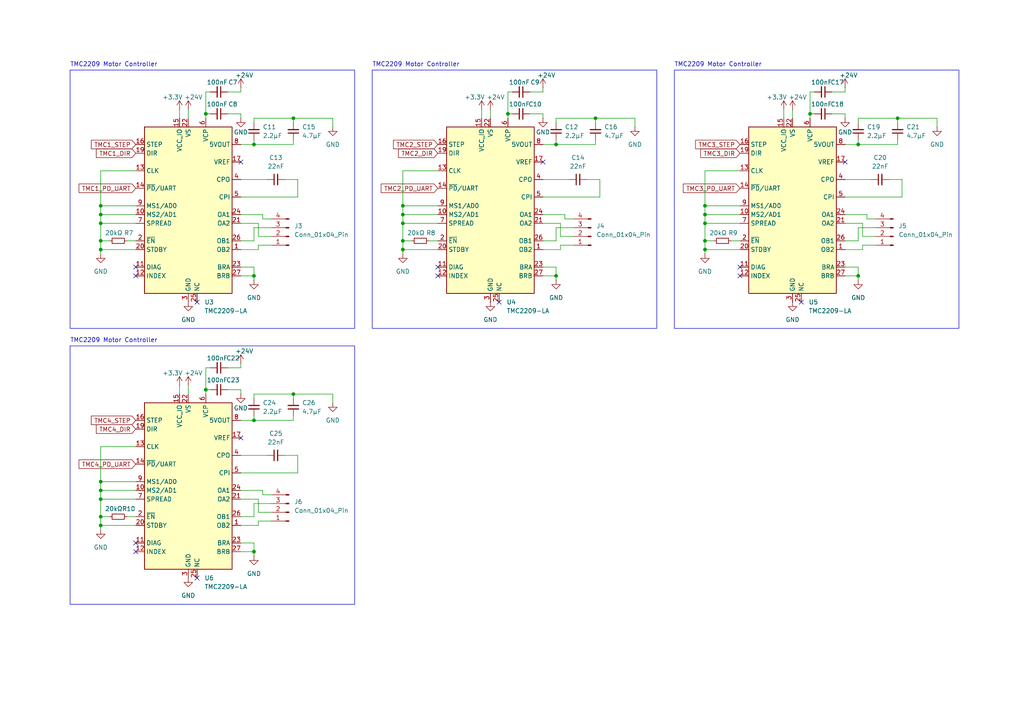
<source format=kicad_sch>
(kicad_sch (version 20250114) (generator "eeschema") (generator_version "9.0")
  (paper "A4")
  (lib_symbols
    (symbol "Connector:Conn_01x04_Pin" (pin_names (offset 1.016) (hide yes))
      (property "Reference" "J" (at 0 5.08 0))
      (property "Value" "Conn_01x04_Pin" (at 0 -7.62 0))
      (symbol "Conn_01x04_Pin_1_1"
        (rectangle (start 0.8636 2.667) (end 0 2.413) (stroke (width 0.1524)) (fill (type outline)))
        (rectangle (start 0.8636 0.127) (end 0 -0.127) (stroke (width 0.1524)) (fill (type outline)))
        (rectangle (start 0.8636 -2.413) (end 0 -2.667) (stroke (width 0.1524)) (fill (type outline)))
        (rectangle (start 0.8636 -4.953) (end 0 -5.207) (stroke (width 0.1524)) (fill (type outline)))
        (polyline (pts (xy 1.27 2.54) (xy 0.8636 2.54)) (stroke (width 0.1524)))
        (polyline (pts (xy 1.27 0) (xy 0.8636 0)) (stroke (width 0.1524)))
        (polyline (pts (xy 1.27 -2.54) (xy 0.8636 -2.54)) (stroke (width 0.1524)))
        (polyline (pts (xy 1.27 -5.08) (xy 0.8636 -5.08)) (stroke (width 0.1524)))
        (pin passive line (at 5.08 2.54 180) (length 3.81) (name "Pin_1") (number "1"))
        (pin passive line (at 5.08 0 180) (length 3.81) (name "Pin_2") (number "2"))
        (pin passive line (at 5.08 -2.54 180) (length 3.81) (name "Pin_3") (number "3"))
        (pin passive line (at 5.08 -5.08 180) (length 3.81) (name "Pin_4") (number "4"))
      )
    )
    (symbol "Device:C_Small" (pin_numbers (hide yes)) (pin_names (offset 0.254) (hide yes))
      (property "Reference" "C" (at 0.254 1.778 0))
      (property "Value" "C_Small" (at 0.254 -2.032 0))
      (symbol "C_Small_0_1"
        (polyline (pts (xy -1.524 0.508) (xy 1.524 0.508)) (stroke (width 0.3048)))
        (polyline (pts (xy -1.524 -0.508) (xy 1.524 -0.508)) (stroke (width 0.3302)))
      )
      (symbol "C_Small_1_1"
        (pin passive line (at 0 2.54 270) (length 2.032) (name "~") (number "1"))
        (pin passive line (at 0 -2.54 90) (length 2.032) (name "~") (number "2"))
      )
    )
    (symbol "Device:R_Small" (pin_numbers (hide yes)) (pin_names (offset 0.254) (hide yes))
      (property "Reference" "R" (at 0.762 0.508 0))
      (property "Value" "R_Small" (at 0.762 -1.016 0))
      (symbol "R_Small_0_1"
        (rectangle (start -0.762 1.778) (end 0.762 -1.778) (stroke (width 0.2032)))
      )
      (symbol "R_Small_1_1"
        (pin passive line (at 0 2.54 270) (length 0.762) (name "~") (number "1"))
        (pin passive line (at 0 -2.54 90) (length 0.762) (name "~") (number "2"))
      )
    )
    (symbol "Driver_Motor:TMC2209-LA"
      (property "Reference" "U" (at -11.684 26.924 0))
      (property "Value" "TMC2209-LA" (at 13.208 26.924 0))
      (symbol "TMC2209-LA_0_1"
        (rectangle (start -12.7 25.4) (end 12.7 -22.86) (stroke (width 0.254)) (fill (type background)))
      )
      (symbol "TMC2209-LA_1_1"
        (pin input line (at -15.24 20.32 0) (length 2.54) (name "STEP") (number "16"))
        (pin input line (at -15.24 17.78 0) (length 2.54) (name "DIR") (number "19"))
        (pin input line (at -15.24 12.7 0) (length 2.54) (name "CLK") (number "13"))
        (pin bidirectional line (at -15.24 7.62 0) (length 2.54) (name "~{PD}/UART") (number "14"))
        (pin input line (at -15.24 2.54 0) (length 2.54) (name "MS1/AD0") (number "9"))
        (pin input line (at -15.24 0 0) (length 2.54) (name "MS2/AD1") (number "10"))
        (pin input line (at -15.24 -2.54 0) (length 2.54) (name "SPREAD") (number "7"))
        (pin input line (at -15.24 -7.62 0) (length 2.54) (name "~{EN}") (number "2"))
        (pin input line (at -15.24 -10.16 0) (length 2.54) (name "STDBY") (number "20"))
        (pin output line (at -15.24 -15.24 0) (length 2.54) (name "DIAG") (number "11"))
        (pin output line (at -15.24 -17.78 0) (length 2.54) (name "INDEX") (number "12"))
        (pin power_in line (at -2.54 27.94 270) (length 2.54) (name "VCC_IO") (number "15"))
        (pin power_in line (at 0 27.94 270) (length 2.54) (name "VS") (number "22"))
        (pin passive line (at 0 27.94 270) (length 2.54) (hide yes) (name "VS") (number "28"))
        (pin passive line (at 0 -25.4 90) (length 2.54) (hide yes) (name "GND") (number "18"))
        (pin passive line (at 0 -25.4 90) (length 2.54) (hide yes) (name "GND") (number "29"))
        (pin power_in line (at 0 -25.4 90) (length 2.54) (name "GND") (number "3"))
        (pin passive line (at 2.54 -25.4 90) (length 2.54) (name "NC") (number "25"))
        (pin output line (at 5.08 27.94 270) (length 2.54) (name "VCP") (number "6"))
        (pin power_out line (at 15.24 20.32 180) (length 2.54) (name "5VOUT") (number "8"))
        (pin passive line (at 15.24 15.24 180) (length 2.54) (name "VREF") (number "17"))
        (pin input line (at 15.24 10.16 180) (length 2.54) (name "CPO") (number "4"))
        (pin input line (at 15.24 5.08 180) (length 2.54) (name "CPI") (number "5"))
        (pin output line (at 15.24 0 180) (length 2.54) (name "OA1") (number "24"))
        (pin output line (at 15.24 -2.54 180) (length 2.54) (name "OA2") (number "21"))
        (pin output line (at 15.24 -7.62 180) (length 2.54) (name "OB1") (number "26"))
        (pin output line (at 15.24 -10.16 180) (length 2.54) (name "OB2") (number "1"))
        (pin input line (at 15.24 -15.24 180) (length 2.54) (name "BRA") (number "23"))
        (pin input line (at 15.24 -17.78 180) (length 2.54) (name "BRB") (number "27"))
      )
    )
    (symbol "power:+24V" (power) (pin_numbers (hide yes)) (pin_names (offset 0) (hide yes))
      (property "Value" "+24V" (at 0 3.556 0))
      (symbol "+24V_0_1"
        (polyline (pts (xy -0.762 1.27) (xy 0 2.54)))
        (polyline (pts (xy 0 2.54) (xy 0.762 1.27)))
        (polyline (pts (xy 0 0) (xy 0 2.54)))
      )
      (symbol "+24V_1_1"
        (pin power_in line (at 0 0 90) (length 0) (name "~") (number "1"))
      )
    )
    (symbol "power:+3.3V" (power) (pin_numbers (hide yes)) (pin_names (offset 0) (hide yes))
      (property "Value" "+3.3V" (at 0 3.556 0))
      (symbol "+3.3V_0_1"
        (polyline (pts (xy -0.762 1.27) (xy 0 2.54)))
        (polyline (pts (xy 0 2.54) (xy 0.762 1.27)))
        (polyline (pts (xy 0 0) (xy 0 2.54)))
      )
      (symbol "+3.3V_1_1"
        (pin power_in line (at 0 0 90) (length 0) (name "~") (number "1"))
      )
    )
    (symbol "power:GND" (power) (pin_numbers (hide yes)) (pin_names (offset 0) (hide yes))
      (property "Value" "GND" (at 0 -3.81 0))
      (symbol "GND_0_1"
        (polyline (pts (xy 0 0) (xy 0 -1.27) (xy 1.27 -1.27) (xy 0 -2.54) (xy -1.27 -1.27) (xy 0 -1.27)))
      )
      (symbol "GND_1_1"
        (pin power_in line (at 0 0 270) (length 0) (name "~") (number "1"))
      )
    )
  )
  (rectangle (start 195.58 20.32) (end 278.13 95.25))
  (rectangle (start 20.32 20.32) (end 102.87 95.25))
  (rectangle (start 107.95 20.32) (end 190.5 95.25))
  (rectangle (start 20.32 100.33) (end 102.87 175.26))
  (text "TMC2209 Motor Controller" (at 120.65 18.796 0) (effects (font (size 1.27 1.27))))
  (text "TMC2209 Motor Controller" (at 208.28 18.796 0) (effects (font (size 1.27 1.27))))
  (text "TMC2209 Motor Controller" (at 33.02 18.796 0) (effects (font (size 1.27 1.27))))
  (text "TMC2209 Motor Controller" (at 33.02 98.806 0) (effects (font (size 1.27 1.27))))
  (junction (at 29.21 152.4))
  (junction (at 29.21 144.78))
  (junction (at 147.32 33.02))
  (junction (at 59.69 33.02))
  (junction (at 29.21 142.24))
  (junction (at 204.47 59.69))
  (junction (at 204.47 64.77))
  (junction (at 29.21 69.85))
  (junction (at 29.21 64.77))
  (junction (at 260.35 34.29))
  (junction (at 116.84 64.77))
  (junction (at 161.29 41.91))
  (junction (at 73.66 41.91))
  (junction (at 248.92 80.01))
  (junction (at 248.92 41.91))
  (junction (at 116.84 62.23))
  (junction (at 204.47 72.39))
  (junction (at 204.47 62.23))
  (junction (at 116.84 59.69))
  (junction (at 29.21 59.69))
  (junction (at 73.66 80.01))
  (junction (at 73.66 121.92))
  (junction (at 29.21 149.86))
  (junction (at 172.72 34.29))
  (junction (at 85.09 114.3))
  (junction (at 204.47 69.85))
  (junction (at 73.66 160.02))
  (junction (at 29.21 139.7))
  (junction (at 116.84 69.85))
  (junction (at 29.21 72.39))
  (junction (at 59.69 113.03))
  (junction (at 234.95 33.02))
  (junction (at 85.09 34.29))
  (junction (at 29.21 62.23))
  (junction (at 116.84 72.39))
  (junction (at 161.29 80.01))
  (no_connect (at 214.63 80.01))
  (no_connect (at 157.48 46.99))
  (no_connect (at 57.15 87.63))
  (no_connect (at 39.37 80.01))
  (no_connect (at 57.15 167.64))
  (no_connect (at 39.37 77.47))
  (no_connect (at 39.37 160.02))
  (no_connect (at 144.78 87.63))
  (no_connect (at 232.41 87.63))
  (no_connect (at 69.85 127))
  (no_connect (at 127 77.47))
  (no_connect (at 39.37 157.48))
  (no_connect (at 69.85 46.99))
  (no_connect (at 245.11 46.99))
  (no_connect (at 127 80.01))
  (no_connect (at 214.63 77.47))
  (wire (pts (xy 204.47 59.69) (xy 204.47 62.23)))
  (wire (pts (xy 69.85 149.86) (xy 73.66 149.86)))
  (wire (pts (xy 76.2 142.24) (xy 76.2 143.51)))
  (wire (pts (xy 29.21 153.67) (xy 29.21 152.4)))
  (wire (pts (xy 29.21 64.77) (xy 29.21 69.85)))
  (wire (pts (xy 39.37 59.69) (xy 29.21 59.69)))
  (wire (pts (xy 161.29 66.04) (xy 166.37 66.04)))
  (wire (pts (xy 116.84 62.23) (xy 116.84 64.77)))
  (wire (pts (xy 66.04 33.02) (xy 69.85 33.02)))
  (wire (pts (xy 69.85 52.07) (xy 77.47 52.07)))
  (wire (pts (xy 54.61 31.75) (xy 54.61 34.29)))
  (wire (pts (xy 74.93 64.77) (xy 74.93 68.58)))
  (wire (pts (xy 59.69 26.67) (xy 59.69 33.02)))
  (wire (pts (xy 86.36 137.16) (xy 69.85 137.16)))
  (wire (pts (xy 86.36 57.15) (xy 69.85 57.15)))
  (wire (pts (xy 172.72 41.91) (xy 172.72 40.64)))
  (wire (pts (xy 69.85 62.23) (xy 76.2 62.23)))
  (wire (pts (xy 74.93 152.4) (xy 74.93 151.13)))
  (wire (pts (xy 161.29 77.47) (xy 161.29 80.01)))
  (wire (pts (xy 124.46 69.85) (xy 127 69.85)))
  (wire (pts (xy 69.85 25.4) (xy 69.85 26.67)))
  (wire (pts (xy 173.99 52.07) (xy 173.99 57.15)))
  (wire (pts (xy 73.66 120.65) (xy 73.66 121.92)))
  (wire (pts (xy 227.33 31.75) (xy 227.33 34.29)))
  (wire (pts (xy 173.99 57.15) (xy 157.48 57.15)))
  (wire (pts (xy 261.62 57.15) (xy 245.11 57.15)))
  (wire (pts (xy 74.93 71.12) (xy 78.74 71.12)))
  (wire (pts (xy 245.11 52.07) (xy 252.73 52.07)))
  (wire (pts (xy 250.19 72.39) (xy 250.19 71.12)))
  (wire (pts (xy 148.59 26.67) (xy 147.32 26.67)))
  (wire (pts (xy 36.83 69.85) (xy 39.37 69.85)))
  (wire (pts (xy 162.56 71.12) (xy 166.37 71.12)))
  (wire (pts (xy 161.29 40.64) (xy 161.29 41.91)))
  (wire (pts (xy 248.92 80.01) (xy 248.92 81.28)))
  (wire (pts (xy 76.2 63.5) (xy 78.74 63.5)))
  (wire (pts (xy 234.95 26.67) (xy 234.95 33.02)))
  (wire (pts (xy 248.92 69.85) (xy 248.92 66.04)))
  (wire (pts (xy 204.47 72.39) (xy 214.63 72.39)))
  (wire (pts (xy 157.48 41.91) (xy 161.29 41.91)))
  (wire (pts (xy 241.3 33.02) (xy 245.11 33.02)))
  (wire (pts (xy 236.22 26.67) (xy 234.95 26.67)))
  (wire (pts (xy 85.09 114.3) (xy 85.09 115.57)))
  (wire (pts (xy 29.21 139.7) (xy 29.21 142.24)))
  (wire (pts (xy 69.85 72.39) (xy 74.93 72.39)))
  (wire (pts (xy 116.84 49.53) (xy 127 49.53)))
  (wire (pts (xy 73.66 157.48) (xy 73.66 160.02)))
  (wire (pts (xy 29.21 73.66) (xy 29.21 72.39)))
  (wire (pts (xy 52.07 31.75) (xy 52.07 34.29)))
  (wire (pts (xy 73.66 35.56) (xy 73.66 34.29)))
  (wire (pts (xy 73.66 121.92) (xy 85.09 121.92)))
  (wire (pts (xy 248.92 34.29) (xy 260.35 34.29)))
  (wire (pts (xy 85.09 34.29) (xy 85.09 35.56)))
  (wire (pts (xy 248.92 40.64) (xy 248.92 41.91)))
  (wire (pts (xy 74.93 144.78) (xy 74.93 148.59)))
  (wire (pts (xy 161.29 80.01) (xy 161.29 81.28)))
  (wire (pts (xy 204.47 69.85) (xy 207.01 69.85)))
  (wire (pts (xy 73.66 69.85) (xy 73.66 66.04)))
  (wire (pts (xy 39.37 142.24) (xy 29.21 142.24)))
  (wire (pts (xy 73.66 114.3) (xy 85.09 114.3)))
  (wire (pts (xy 157.48 25.4) (xy 157.48 26.67)))
  (wire (pts (xy 157.48 62.23) (xy 163.83 62.23)))
  (wire (pts (xy 250.19 64.77) (xy 250.19 68.58)))
  (wire (pts (xy 29.21 72.39) (xy 29.21 69.85)))
  (wire (pts (xy 69.85 121.92) (xy 73.66 121.92)))
  (wire (pts (xy 69.85 152.4) (xy 74.93 152.4)))
  (wire (pts (xy 82.55 132.08) (xy 86.36 132.08)))
  (wire (pts (xy 29.21 49.53) (xy 39.37 49.53)))
  (wire (pts (xy 116.84 72.39) (xy 116.84 69.85)))
  (wire (pts (xy 85.09 121.92) (xy 85.09 120.65)))
  (wire (pts (xy 73.66 115.57) (xy 73.66 114.3)))
  (wire (pts (xy 96.52 36.83) (xy 96.52 34.29)))
  (wire (pts (xy 29.21 149.86) (xy 31.75 149.86)))
  (wire (pts (xy 245.11 62.23) (xy 251.46 62.23)))
  (wire (pts (xy 59.69 106.68) (xy 59.69 113.03)))
  (wire (pts (xy 245.11 26.67) (xy 241.3 26.67)))
  (wire (pts (xy 157.48 33.02) (xy 157.48 34.29)))
  (wire (pts (xy 250.19 71.12) (xy 254 71.12)))
  (wire (pts (xy 251.46 62.23) (xy 251.46 63.5)))
  (wire (pts (xy 204.47 73.66) (xy 204.47 72.39)))
  (wire (pts (xy 73.66 160.02) (xy 73.66 161.29)))
  (wire (pts (xy 147.32 26.67) (xy 147.32 33.02)))
  (wire (pts (xy 85.09 34.29) (xy 96.52 34.29)))
  (wire (pts (xy 73.66 40.64) (xy 73.66 41.91)))
  (wire (pts (xy 59.69 33.02) (xy 60.96 33.02)))
  (wire (pts (xy 69.85 64.77) (xy 74.93 64.77)))
  (wire (pts (xy 73.66 77.47) (xy 73.66 80.01)))
  (wire (pts (xy 204.47 62.23) (xy 204.47 64.77)))
  (wire (pts (xy 162.56 64.77) (xy 162.56 68.58)))
  (wire (pts (xy 116.84 49.53) (xy 116.84 59.69)))
  (wire (pts (xy 85.09 114.3) (xy 96.52 114.3)))
  (wire (pts (xy 29.21 59.69) (xy 29.21 62.23)))
  (wire (pts (xy 116.84 72.39) (xy 127 72.39)))
  (wire (pts (xy 69.85 77.47) (xy 73.66 77.47)))
  (wire (pts (xy 29.21 144.78) (xy 29.21 149.86)))
  (wire (pts (xy 73.66 41.91) (xy 85.09 41.91)))
  (wire (pts (xy 29.21 144.78) (xy 39.37 144.78)))
  (wire (pts (xy 251.46 63.5) (xy 254 63.5)))
  (wire (pts (xy 69.85 80.01) (xy 73.66 80.01)))
  (wire (pts (xy 184.15 36.83) (xy 184.15 34.29)))
  (wire (pts (xy 73.66 34.29) (xy 85.09 34.29)))
  (wire (pts (xy 139.7 31.75) (xy 139.7 34.29)))
  (wire (pts (xy 116.84 59.69) (xy 116.84 62.23)))
  (wire (pts (xy 29.21 152.4) (xy 29.21 149.86)))
  (wire (pts (xy 271.78 36.83) (xy 271.78 34.29)))
  (wire (pts (xy 29.21 142.24) (xy 29.21 144.78)))
  (wire (pts (xy 86.36 52.07) (xy 86.36 57.15)))
  (wire (pts (xy 157.48 52.07) (xy 165.1 52.07)))
  (wire (pts (xy 234.95 33.02) (xy 236.22 33.02)))
  (wire (pts (xy 245.11 77.47) (xy 248.92 77.47)))
  (wire (pts (xy 163.83 63.5) (xy 166.37 63.5)))
  (wire (pts (xy 96.52 116.84) (xy 96.52 114.3)))
  (wire (pts (xy 85.09 41.91) (xy 85.09 40.64)))
  (wire (pts (xy 157.48 64.77) (xy 162.56 64.77)))
  (wire (pts (xy 245.11 25.4) (xy 245.11 26.67)))
  (wire (pts (xy 52.07 111.76) (xy 52.07 114.3)))
  (wire (pts (xy 69.85 113.03) (xy 69.85 114.3)))
  (wire (pts (xy 248.92 35.56) (xy 248.92 34.29)))
  (wire (pts (xy 74.93 72.39) (xy 74.93 71.12)))
  (wire (pts (xy 60.96 26.67) (xy 59.69 26.67)))
  (wire (pts (xy 172.72 34.29) (xy 172.72 35.56)))
  (wire (pts (xy 69.85 144.78) (xy 74.93 144.78)))
  (wire (pts (xy 69.85 106.68) (xy 66.04 106.68)))
  (wire (pts (xy 162.56 72.39) (xy 162.56 71.12)))
  (wire (pts (xy 245.11 72.39) (xy 250.19 72.39)))
  (wire (pts (xy 204.47 49.53) (xy 214.63 49.53)))
  (wire (pts (xy 69.85 26.67) (xy 66.04 26.67)))
  (wire (pts (xy 204.47 64.77) (xy 204.47 69.85)))
  (wire (pts (xy 74.93 68.58) (xy 78.74 68.58)))
  (wire (pts (xy 29.21 129.54) (xy 39.37 129.54)))
  (wire (pts (xy 170.18 52.07) (xy 173.99 52.07)))
  (wire (pts (xy 29.21 49.53) (xy 29.21 59.69)))
  (wire (pts (xy 29.21 64.77) (xy 39.37 64.77)))
  (wire (pts (xy 214.63 62.23) (xy 204.47 62.23)))
  (wire (pts (xy 248.92 41.91) (xy 260.35 41.91)))
  (wire (pts (xy 29.21 72.39) (xy 39.37 72.39)))
  (wire (pts (xy 66.04 113.03) (xy 69.85 113.03)))
  (wire (pts (xy 260.35 34.29) (xy 271.78 34.29)))
  (wire (pts (xy 142.24 31.75) (xy 142.24 34.29)))
  (wire (pts (xy 69.85 132.08) (xy 77.47 132.08)))
  (wire (pts (xy 245.11 69.85) (xy 248.92 69.85)))
  (wire (pts (xy 73.66 149.86) (xy 73.66 146.05)))
  (wire (pts (xy 153.67 33.02) (xy 157.48 33.02)))
  (wire (pts (xy 248.92 66.04) (xy 254 66.04)))
  (wire (pts (xy 162.56 68.58) (xy 166.37 68.58)))
  (wire (pts (xy 214.63 59.69) (xy 204.47 59.69)))
  (wire (pts (xy 245.11 80.01) (xy 248.92 80.01)))
  (wire (pts (xy 116.84 69.85) (xy 119.38 69.85)))
  (wire (pts (xy 261.62 52.07) (xy 261.62 57.15)))
  (wire (pts (xy 69.85 69.85) (xy 73.66 69.85)))
  (wire (pts (xy 245.11 41.91) (xy 248.92 41.91)))
  (wire (pts (xy 69.85 33.02) (xy 69.85 34.29)))
  (wire (pts (xy 161.29 35.56) (xy 161.29 34.29)))
  (wire (pts (xy 157.48 72.39) (xy 162.56 72.39)))
  (wire (pts (xy 172.72 34.29) (xy 184.15 34.29)))
  (wire (pts (xy 234.95 34.29) (xy 234.95 33.02)))
  (wire (pts (xy 161.29 34.29) (xy 172.72 34.29)))
  (wire (pts (xy 127 62.23) (xy 116.84 62.23)))
  (wire (pts (xy 147.32 33.02) (xy 148.59 33.02)))
  (wire (pts (xy 69.85 41.91) (xy 73.66 41.91)))
  (wire (pts (xy 29.21 129.54) (xy 29.21 139.7)))
  (wire (pts (xy 157.48 77.47) (xy 161.29 77.47)))
  (wire (pts (xy 161.29 41.91) (xy 172.72 41.91)))
  (wire (pts (xy 157.48 69.85) (xy 161.29 69.85)))
  (wire (pts (xy 229.87 31.75) (xy 229.87 34.29)))
  (wire (pts (xy 86.36 132.08) (xy 86.36 137.16)))
  (wire (pts (xy 204.47 64.77) (xy 214.63 64.77)))
  (wire (pts (xy 116.84 64.77) (xy 116.84 69.85)))
  (wire (pts (xy 127 59.69) (xy 116.84 59.69)))
  (wire (pts (xy 36.83 149.86) (xy 39.37 149.86)))
  (wire (pts (xy 76.2 62.23) (xy 76.2 63.5)))
  (wire (pts (xy 163.83 62.23) (xy 163.83 63.5)))
  (wire (pts (xy 204.47 49.53) (xy 204.47 59.69)))
  (wire (pts (xy 204.47 72.39) (xy 204.47 69.85)))
  (wire (pts (xy 69.85 157.48) (xy 73.66 157.48)))
  (wire (pts (xy 74.93 148.59) (xy 78.74 148.59)))
  (wire (pts (xy 116.84 73.66) (xy 116.84 72.39)))
  (wire (pts (xy 69.85 160.02) (xy 73.66 160.02)))
  (wire (pts (xy 59.69 34.29) (xy 59.69 33.02)))
  (wire (pts (xy 157.48 26.67) (xy 153.67 26.67)))
  (wire (pts (xy 245.11 33.02) (xy 245.11 34.29)))
  (wire (pts (xy 260.35 34.29) (xy 260.35 35.56)))
  (wire (pts (xy 39.37 62.23) (xy 29.21 62.23)))
  (wire (pts (xy 82.55 52.07) (xy 86.36 52.07)))
  (wire (pts (xy 116.84 64.77) (xy 127 64.77)))
  (wire (pts (xy 54.61 111.76) (xy 54.61 114.3)))
  (wire (pts (xy 29.21 69.85) (xy 31.75 69.85)))
  (wire (pts (xy 212.09 69.85) (xy 214.63 69.85)))
  (wire (pts (xy 74.93 151.13) (xy 78.74 151.13)))
  (wire (pts (xy 60.96 106.68) (xy 59.69 106.68)))
  (wire (pts (xy 59.69 113.03) (xy 60.96 113.03)))
  (wire (pts (xy 73.66 66.04) (xy 78.74 66.04)))
  (wire (pts (xy 157.48 80.01) (xy 161.29 80.01)))
  (wire (pts (xy 73.66 80.01) (xy 73.66 81.28)))
  (wire (pts (xy 73.66 146.05) (xy 78.74 146.05)))
  (wire (pts (xy 69.85 105.41) (xy 69.85 106.68)))
  (wire (pts (xy 59.69 114.3) (xy 59.69 113.03)))
  (wire (pts (xy 39.37 139.7) (xy 29.21 139.7)))
  (wire (pts (xy 248.92 77.47) (xy 248.92 80.01)))
  (wire (pts (xy 29.21 152.4) (xy 39.37 152.4)))
  (wire (pts (xy 147.32 34.29) (xy 147.32 33.02)))
  (wire (pts (xy 76.2 143.51) (xy 78.74 143.51)))
  (wire (pts (xy 250.19 68.58) (xy 254 68.58)))
  (wire (pts (xy 161.29 69.85) (xy 161.29 66.04)))
  (wire (pts (xy 69.85 142.24) (xy 76.2 142.24)))
  (wire (pts (xy 29.21 62.23) (xy 29.21 64.77)))
  (wire (pts (xy 245.11 64.77) (xy 250.19 64.77)))
  (wire (pts (xy 260.35 41.91) (xy 260.35 40.64)))
  (wire (pts (xy 257.81 52.07) (xy 261.62 52.07)))
  (global_label "TMC1_PD_UART" (shape input) (at 39.37 54.61 180) (property "Intersheetrefs" "${INTERSHEET_REFS}" (effects (hide yes))))
  (global_label "TMC2_DIR" (shape input) (at 127 44.45 180) (property "Intersheetrefs" "${INTERSHEET_REFS}" (effects (hide yes))))
  (global_label "TMC3_DIR" (shape input) (at 214.63 44.45 180) (property "Intersheetrefs" "${INTERSHEET_REFS}" (effects (hide yes))))
  (global_label "TMC4_PD_UART" (shape input) (at 39.37 134.62 180) (property "Intersheetrefs" "${INTERSHEET_REFS}" (effects (hide yes))))
  (global_label "TMC2_STEP" (shape input) (at 127 41.91 180) (property "Intersheetrefs" "${INTERSHEET_REFS}" (effects (hide yes))))
  (global_label "TMC3_STEP" (shape input) (at 214.63 41.91 180) (property "Intersheetrefs" "${INTERSHEET_REFS}" (effects (hide yes))))
  (global_label "TMC3_PD_UART" (shape input) (at 214.63 54.61 180) (property "Intersheetrefs" "${INTERSHEET_REFS}" (effects (hide yes))))
  (global_label "TMC1_DIR" (shape input) (at 39.37 44.45 180) (property "Intersheetrefs" "${INTERSHEET_REFS}" (effects (hide yes))))
  (global_label "TMC4_STEP" (shape input) (at 39.37 121.92 180) (property "Intersheetrefs" "${INTERSHEET_REFS}" (effects (hide yes))))
  (global_label "TMC1_STEP" (shape input) (at 39.37 41.91 180) (property "Intersheetrefs" "${INTERSHEET_REFS}" (effects (hide yes))))
  (global_label "TMC4_DIR" (shape input) (at 39.37 124.46 180) (property "Intersheetrefs" "${INTERSHEET_REFS}" (effects (hide yes))))
  (global_label "TMC2_PD_UART" (shape input) (at 127 54.61 180) (property "Intersheetrefs" "${INTERSHEET_REFS}" (effects (hide yes))))
  (symbol (lib_id "Device:C_Small") (at 63.5 33.02 270) (unit 1)
    (property "Reference" "C8" (at 67.564 30.226 90))
    (property "Value" "100nF" (at 62.992 30.226 90))
    (property "Footprint" "Capacitor_SMD:C_0805_2012Metric" (effects (hide yes)))
    (property "Description" "Unpolarized capacitor, small symbol" (effects (hide yes)))
  )
  (symbol (lib_id "Device:C_Small") (at 73.66 38.1 180) (unit 1)
    (property "Reference" "C11" (at 76.2 36.8235 0) (effects (justify right)))
    (property "Value" "2.2µF" (at 76.2 39.3635 0) (effects (justify right)))
    (property "Footprint" "Capacitor_SMD:C_0805_2012Metric" (effects (hide yes)))
    (property "Description" "Unpolarized capacitor, small symbol" (effects (hide yes)))
  )
  (symbol (lib_id "power:GND") (at 96.52 36.83 0) (unit 1)
    (property "Reference" "#PWR018" (effects (hide yes)))
    (property "Value" "GND" (at 96.52 41.91 0))
    (property "Description" "Power symbol creates a global label with name \"GND\" , ground" (effects (hide yes)))
  )
  (symbol (lib_id "power:GND") (at 271.78 36.83 0) (unit 1)
    (property "Reference" "#PWR0132" (effects (hide yes)))
    (property "Value" "GND" (at 271.78 41.91 0))
    (property "Description" "Power symbol creates a global label with name \"GND\" , ground" (effects (hide yes)))
  )
  (symbol (lib_id "Connector:Conn_01x04_Pin") (at 259.08 68.58 180) (unit 1)
    (property "Reference" "J5" (at 260.604 65.532 0) (effects (justify right)))
    (property "Value" "Conn_01x04_Pin" (at 260.604 68.072 0) (effects (justify right)))
    (property "Footprint" "Connector_PinHeader_2.54mm:PinHeader_1x04_P2.54mm_Vertical" (effects (hide yes)))
    (property "Description" "Generic connector, single row, 01x04, script generated" (effects (hide yes)))
  )
  (symbol (lib_id "power:+24V") (at 69.85 25.4 0) (unit 1)
    (property "Reference" "#PWR0131" (effects (hide yes)))
    (property "Value" "+24V" (at 70.866 21.844 0))
    (property "Description" "Power symbol creates a global label with name \"+24V\"" (effects (hide yes)))
  )
  (symbol (lib_id "Device:C_Small") (at 85.09 38.1 180) (unit 1)
    (property "Reference" "C15" (at 87.63 36.8235 0) (effects (justify right)))
    (property "Value" "4.7µF" (at 87.63 39.3635 0) (effects (justify right)))
    (property "Footprint" "Capacitor_SMD:C_0805_2012Metric" (effects (hide yes)))
    (property "Description" "Unpolarized capacitor, small symbol" (effects (hide yes)))
  )
  (symbol (lib_id "power:+24V") (at 245.11 25.4 0) (unit 1)
    (property "Reference" "#PWR027" (effects (hide yes)))
    (property "Value" "+24V" (at 246.126 21.844 0))
    (property "Description" "Power symbol creates a global label with name \"+24V\"" (effects (hide yes)))
  )
  (symbol (lib_id "power:GND") (at 54.61 87.63 0) (unit 1)
    (property "Reference" "#PWR012" (effects (hide yes)))
    (property "Value" "GND" (at 54.61 92.71 0))
    (property "Description" "Power symbol creates a global label with name \"GND\" , ground" (effects (hide yes)))
  )
  (symbol (lib_id "power:GND") (at 157.48 34.29 0) (unit 1)
    (property "Reference" "#PWR020" (effects (hide yes)))
    (property "Value" "GND" (at 157.48 38.354 0))
    (property "Description" "Power symbol creates a global label with name \"GND\" , ground" (effects (hide yes)))
  )
  (symbol (lib_id "Device:C_Small") (at 151.13 33.02 270) (unit 1)
    (property "Reference" "C10" (at 155.194 30.226 90))
    (property "Value" "100nF" (at 150.622 30.226 90))
    (property "Footprint" "Capacitor_SMD:C_0805_2012Metric" (effects (hide yes)))
    (property "Description" "Unpolarized capacitor, small symbol" (effects (hide yes)))
  )
  (symbol (lib_id "Connector:Conn_01x04_Pin") (at 171.45 68.58 180) (unit 1)
    (property "Reference" "J4" (at 172.974 65.532 0) (effects (justify right)))
    (property "Value" "Conn_01x04_Pin" (at 172.974 68.072 0) (effects (justify right)))
    (property "Footprint" "Connector_PinHeader_2.54mm:PinHeader_1x04_P2.54mm_Vertical" (effects (hide yes)))
    (property "Description" "Generic connector, single row, 01x04, script generated" (effects (hide yes)))
  )
  (symbol (lib_id "Device:C_Small") (at 238.76 33.02 270) (unit 1)
    (property "Reference" "C18" (at 242.824 30.226 90))
    (property "Value" "100nF" (at 238.252 30.226 90))
    (property "Footprint" "Capacitor_SMD:C_0805_2012Metric" (effects (hide yes)))
    (property "Description" "Unpolarized capacitor, small symbol" (effects (hide yes)))
  )
  (symbol (lib_id "Device:C_Small") (at 73.66 118.11 180) (unit 1)
    (property "Reference" "C24" (at 76.2 116.8335 0) (effects (justify right)))
    (property "Value" "2.2µF" (at 76.2 119.3735 0) (effects (justify right)))
    (property "Footprint" "Capacitor_SMD:C_0805_2012Metric" (effects (hide yes)))
    (property "Description" "Unpolarized capacitor, small symbol" (effects (hide yes)))
  )
  (symbol (lib_id "Device:C_Small") (at 172.72 38.1 180) (unit 1)
    (property "Reference" "C16" (at 175.26 36.8235 0) (effects (justify right)))
    (property "Value" "4.7µF" (at 175.26 39.3635 0) (effects (justify right)))
    (property "Footprint" "Capacitor_SMD:C_0805_2012Metric" (effects (hide yes)))
    (property "Description" "Unpolarized capacitor, small symbol" (effects (hide yes)))
  )
  (symbol (lib_id "Device:R_Small") (at 34.29 149.86 90) (unit 1)
    (property "Reference" "R10" (at 37.338 147.574 90))
    (property "Value" "20kΩ" (at 33.02 147.574 90))
    (property "Footprint" "Resistor_SMD:R_0805_2012Metric" (effects (hide yes)))
    (property "Description" "Resistor, small symbol" (effects (hide yes)))
  )
  (symbol (lib_id "Connector:Conn_01x04_Pin") (at 83.82 148.59 180) (unit 1)
    (property "Reference" "J6" (at 85.344 145.542 0) (effects (justify right)))
    (property "Value" "Conn_01x04_Pin" (at 85.344 148.082 0) (effects (justify right)))
    (property "Footprint" "Connector_PinHeader_2.54mm:PinHeader_1x04_P2.54mm_Vertical" (effects (hide yes)))
    (property "Description" "Generic connector, single row, 01x04, script generated" (effects (hide yes)))
  )
  (symbol (lib_id "power:GND") (at 248.92 81.28 0) (unit 1)
    (property "Reference" "#PWR029" (effects (hide yes)))
    (property "Value" "GND" (at 248.92 86.36 0))
    (property "Description" "Power symbol creates a global label with name \"GND\" , ground" (effects (hide yes)))
  )
  (symbol (lib_id "power:GND") (at 29.21 73.66 0) (unit 1)
    (property "Reference" "#PWR010" (effects (hide yes)))
    (property "Value" "GND" (at 29.21 78.74 0))
    (property "Description" "Power symbol creates a global label with name \"GND\" , ground" (effects (hide yes)))
  )
  (symbol (lib_id "power:+24V") (at 229.87 31.75 0) (unit 1)
    (property "Reference" "#PWR025" (effects (hide yes)))
    (property "Value" "+24V" (at 231.394 28.194 0))
    (property "Description" "Power symbol creates a global label with name \"+24V\"" (effects (hide yes)))
  )
  (symbol (lib_id "power:+3.3V") (at 52.07 31.75 0) (unit 1)
    (property "Reference" "#PWR0129" (effects (hide yes)))
    (property "Value" "+3.3V" (at 50.038 28.194 0))
    (property "Description" "Power symbol creates a global label with name \"+3.3V\"" (effects (hide yes)))
  )
  (symbol (lib_id "Device:C_Small") (at 260.35 38.1 180) (unit 1)
    (property "Reference" "C21" (at 262.89 36.8235 0) (effects (justify right)))
    (property "Value" "4.7µF" (at 262.89 39.3635 0) (effects (justify right)))
    (property "Footprint" "Capacitor_SMD:C_0805_2012Metric" (effects (hide yes)))
    (property "Description" "Unpolarized capacitor, small symbol" (effects (hide yes)))
  )
  (symbol (lib_id "power:+24V") (at 54.61 111.76 0) (unit 1)
    (property "Reference" "#PWR0135" (effects (hide yes)))
    (property "Value" "+24V" (at 56.134 108.204 0))
    (property "Description" "Power symbol creates a global label with name \"+24V\"" (effects (hide yes)))
  )
  (symbol (lib_id "Device:C_Small") (at 63.5 106.68 270) (unit 1)
    (property "Reference" "C22" (at 67.564 103.886 90))
    (property "Value" "100nF" (at 62.992 103.886 90))
    (property "Footprint" "Capacitor_SMD:C_0805_2012Metric" (effects (hide yes)))
    (property "Description" "Unpolarized capacitor, small symbol" (effects (hide yes)))
  )
  (symbol (lib_id "power:GND") (at 245.11 34.29 0) (unit 1)
    (property "Reference" "#PWR028" (effects (hide yes)))
    (property "Value" "GND" (at 245.11 38.354 0))
    (property "Description" "Power symbol creates a global label with name \"GND\" , ground" (effects (hide yes)))
  )
  (symbol (lib_id "power:+3.3V") (at 52.07 111.76 0) (unit 1)
    (property "Reference" "#PWR0134" (effects (hide yes)))
    (property "Value" "+3.3V" (at 50.038 108.204 0))
    (property "Description" "Power symbol creates a global label with name \"+3.3V\"" (effects (hide yes)))
  )
  (symbol (lib_id "power:GND") (at 142.24 87.63 0) (unit 1)
    (property "Reference" "#PWR017" (effects (hide yes)))
    (property "Value" "GND" (at 142.24 92.71 0))
    (property "Description" "Power symbol creates a global label with name \"GND\" , ground" (effects (hide yes)))
  )
  (symbol (lib_id "Device:C_Small") (at 238.76 26.67 270) (unit 1)
    (property "Reference" "C17" (at 242.824 23.876 90))
    (property "Value" "100nF" (at 238.252 23.876 90))
    (property "Footprint" "Capacitor_SMD:C_0805_2012Metric" (effects (hide yes)))
    (property "Description" "Unpolarized capacitor, small symbol" (effects (hide yes)))
  )
  (symbol (lib_id "power:GND") (at 69.85 114.3 0) (unit 1)
    (property "Reference" "#PWR0138" (effects (hide yes)))
    (property "Value" "GND" (at 69.85 118.364 0))
    (property "Description" "Power symbol creates a global label with name \"GND\" , ground" (effects (hide yes)))
  )
  (symbol (lib_id "power:+24V") (at 54.61 31.75 0) (unit 1)
    (property "Reference" "#PWR0130" (effects (hide yes)))
    (property "Value" "+24V" (at 56.134 28.194 0))
    (property "Description" "Power symbol creates a global label with name \"+24V\"" (effects (hide yes)))
  )
  (symbol (lib_id "Driver_Motor:TMC2209-LA") (at 229.87 62.23 0) (unit 1)
    (property "Reference" "U5" (at 234.5533 87.63 0) (effects (justify left)))
    (property "Value" "TMC2209-LA" (at 234.5533 90.17 0) (effects (justify left)))
    (property "Footprint" "Package_DFN_QFN:VQFN-28-1EP_5x5mm_P0.5mm_EP3.7x3.7mm_ThermalVias" (effects (hide yes)))
    (property "Datasheet" "https://www.analog.com/media/en/technical-documentation/data-sheets/TMC2209_datasheet_rev1.09.pdf" (effects (hide yes)))
    (property "Description" "2-phase stepper motor driver, 256 µSteps, 2.8A peak, 2.0A RMS, VS = 4.75..29V, STEP/DIR and UART interface, VQFN-28" (effects (hide yes)))
  )
  (symbol (lib_id "Device:C_Small") (at 80.01 52.07 90) (unit 1)
    (property "Reference" "C13" (at 80.0163 45.72 90))
    (property "Value" "22nF" (at 80.0163 48.26 90))
    (property "Footprint" "Capacitor_SMD:C_0805_2012Metric" (effects (hide yes)))
    (property "Description" "Unpolarized capacitor, small symbol" (effects (hide yes)))
  )
  (symbol (lib_id "power:+24V") (at 157.48 25.4 0) (unit 1)
    (property "Reference" "#PWR019" (effects (hide yes)))
    (property "Value" "+24V" (at 158.496 21.844 0))
    (property "Description" "Power symbol creates a global label with name \"+24V\"" (effects (hide yes)))
  )
  (symbol (lib_id "power:GND") (at 96.52 116.84 0) (unit 1)
    (property "Reference" "#PWR0140" (effects (hide yes)))
    (property "Value" "GND" (at 96.52 121.92 0))
    (property "Description" "Power symbol creates a global label with name \"GND\" , ground" (effects (hide yes)))
  )
  (symbol (lib_id "Device:C_Small") (at 63.5 113.03 270) (unit 1)
    (property "Reference" "C23" (at 67.564 110.236 90))
    (property "Value" "100nF" (at 62.992 110.236 90))
    (property "Footprint" "Capacitor_SMD:C_0805_2012Metric" (effects (hide yes)))
    (property "Description" "Unpolarized capacitor, small symbol" (effects (hide yes)))
  )
  (symbol (lib_id "power:GND") (at 184.15 36.83 0) (unit 1)
    (property "Reference" "#PWR022" (effects (hide yes)))
    (property "Value" "GND" (at 184.15 41.91 0))
    (property "Description" "Power symbol creates a global label with name \"GND\" , ground" (effects (hide yes)))
  )
  (symbol (lib_id "power:+24V") (at 142.24 31.75 0) (unit 1)
    (property "Reference" "#PWR015" (effects (hide yes)))
    (property "Value" "+24V" (at 143.764 28.194 0))
    (property "Description" "Power symbol creates a global label with name \"+24V\"" (effects (hide yes)))
  )
  (symbol (lib_id "Device:C_Small") (at 80.01 132.08 90) (unit 1)
    (property "Reference" "C25" (at 80.0163 125.73 90))
    (property "Value" "22nF" (at 80.0163 128.27 90))
    (property "Footprint" "Capacitor_SMD:C_0805_2012Metric" (effects (hide yes)))
    (property "Description" "Unpolarized capacitor, small symbol" (effects (hide yes)))
  )
  (symbol (lib_id "Device:R_Small") (at 34.29 69.85 90) (unit 1)
    (property "Reference" "R7" (at 37.338 67.564 90))
    (property "Value" "20kΩ" (at 33.02 67.564 90))
    (property "Footprint" "Resistor_SMD:R_0805_2012Metric" (effects (hide yes)))
    (property "Description" "Resistor, small symbol" (effects (hide yes)))
  )
  (symbol (lib_id "power:GND") (at 73.66 81.28 0) (unit 1)
    (property "Reference" "#PWR016" (effects (hide yes)))
    (property "Value" "GND" (at 73.66 86.36 0))
    (property "Description" "Power symbol creates a global label with name \"GND\" , ground" (effects (hide yes)))
  )
  (symbol (lib_id "power:GND") (at 73.66 161.29 0) (unit 1)
    (property "Reference" "#PWR0139" (effects (hide yes)))
    (property "Value" "GND" (at 73.66 166.37 0))
    (property "Description" "Power symbol creates a global label with name \"GND\" , ground" (effects (hide yes)))
  )
  (symbol (lib_id "Driver_Motor:TMC2209-LA") (at 54.61 62.23 0) (unit 1)
    (property "Reference" "U3" (at 59.2933 87.63 0) (effects (justify left)))
    (property "Value" "TMC2209-LA" (at 59.2933 90.17 0) (effects (justify left)))
    (property "Footprint" "Package_DFN_QFN:VQFN-28-1EP_5x5mm_P0.5mm_EP3.7x3.7mm_ThermalVias" (effects (hide yes)))
    (property "Datasheet" "https://www.analog.com/media/en/technical-documentation/data-sheets/TMC2209_datasheet_rev1.09.pdf" (effects (hide yes)))
    (property "Description" "2-phase stepper motor driver, 256 µSteps, 2.8A peak, 2.0A RMS, VS = 4.75..29V, STEP/DIR and UART interface, VQFN-28" (effects (hide yes)))
  )
  (symbol (lib_id "Driver_Motor:TMC2209-LA") (at 54.61 142.24 0) (unit 1)
    (property "Reference" "U6" (at 59.2933 167.64 0) (effects (justify left)))
    (property "Value" "TMC2209-LA" (at 59.2933 170.18 0) (effects (justify left)))
    (property "Footprint" "Package_DFN_QFN:VQFN-28-1EP_5x5mm_P0.5mm_EP3.7x3.7mm_ThermalVias" (effects (hide yes)))
    (property "Datasheet" "https://www.analog.com/media/en/technical-documentation/data-sheets/TMC2209_datasheet_rev1.09.pdf" (effects (hide yes)))
    (property "Description" "2-phase stepper motor driver, 256 µSteps, 2.8A peak, 2.0A RMS, VS = 4.75..29V, STEP/DIR and UART interface, VQFN-28" (effects (hide yes)))
  )
  (symbol (lib_id "power:GND") (at 204.47 73.66 0) (unit 1)
    (property "Reference" "#PWR023" (effects (hide yes)))
    (property "Value" "GND" (at 204.47 78.74 0))
    (property "Description" "Power symbol creates a global label with name \"GND\" , ground" (effects (hide yes)))
  )
  (symbol (lib_id "power:GND") (at 229.87 87.63 0) (unit 1)
    (property "Reference" "#PWR026" (effects (hide yes)))
    (property "Value" "GND" (at 229.87 92.71 0))
    (property "Description" "Power symbol creates a global label with name \"GND\" , ground" (effects (hide yes)))
  )
  (symbol (lib_id "Driver_Motor:TMC2209-LA") (at 142.24 62.23 0) (unit 1)
    (property "Reference" "U4" (at 146.9233 87.63 0) (effects (justify left)))
    (property "Value" "TMC2209-LA" (at 146.9233 90.17 0) (effects (justify left)))
    (property "Footprint" "Package_DFN_QFN:VQFN-28-1EP_5x5mm_P0.5mm_EP3.7x3.7mm_ThermalVias" (effects (hide yes)))
    (property "Datasheet" "https://www.analog.com/media/en/technical-documentation/data-sheets/TMC2209_datasheet_rev1.09.pdf" (effects (hide yes)))
    (property "Description" "2-phase stepper motor driver, 256 µSteps, 2.8A peak, 2.0A RMS, VS = 4.75..29V, STEP/DIR and UART interface, VQFN-28" (effects (hide yes)))
  )
  (symbol (lib_id "Device:R_Small") (at 121.92 69.85 90) (unit 1)
    (property "Reference" "R8" (at 124.968 67.564 90))
    (property "Value" "20kΩ" (at 120.65 67.564 90))
    (property "Footprint" "Resistor_SMD:R_0805_2012Metric" (effects (hide yes)))
    (property "Description" "Resistor, small symbol" (effects (hide yes)))
  )
  (symbol (lib_id "power:GND") (at 116.84 73.66 0) (unit 1)
    (property "Reference" "#PWR011" (effects (hide yes)))
    (property "Value" "GND" (at 116.84 78.74 0))
    (property "Description" "Power symbol creates a global label with name \"GND\" , ground" (effects (hide yes)))
  )
  (symbol (lib_id "Connector:Conn_01x04_Pin") (at 83.82 68.58 180) (unit 1)
    (property "Reference" "J3" (at 85.344 65.532 0) (effects (justify right)))
    (property "Value" "Conn_01x04_Pin" (at 85.344 68.072 0) (effects (justify right)))
    (property "Footprint" "Connector_PinHeader_2.54mm:PinHeader_1x04_P2.54mm_Vertical" (effects (hide yes)))
    (property "Description" "Generic connector, single row, 01x04, script generated" (effects (hide yes)))
  )
  (symbol (lib_id "Device:C_Small") (at 167.64 52.07 90) (unit 1)
    (property "Reference" "C14" (at 167.6463 45.72 90))
    (property "Value" "22nF" (at 167.6463 48.26 90))
    (property "Footprint" "Capacitor_SMD:C_0805_2012Metric" (effects (hide yes)))
    (property "Description" "Unpolarized capacitor, small symbol" (effects (hide yes)))
  )
  (symbol (lib_id "Device:C_Small") (at 63.5 26.67 270) (unit 1)
    (property "Reference" "C7" (at 67.564 23.876 90))
    (property "Value" "100nF" (at 62.992 23.876 90))
    (property "Footprint" "Capacitor_SMD:C_0805_2012Metric" (effects (hide yes)))
    (property "Description" "Unpolarized capacitor, small symbol" (effects (hide yes)))
  )
  (symbol (lib_id "power:GND") (at 29.21 153.67 0) (unit 1)
    (property "Reference" "#PWR0133" (effects (hide yes)))
    (property "Value" "GND" (at 29.21 158.75 0))
    (property "Description" "Power symbol creates a global label with name \"GND\" , ground" (effects (hide yes)))
  )
  (symbol (lib_id "Device:C_Small") (at 161.29 38.1 180) (unit 1)
    (property "Reference" "C12" (at 163.83 36.8235 0) (effects (justify right)))
    (property "Value" "2.2µF" (at 163.83 39.3635 0) (effects (justify right)))
    (property "Footprint" "Capacitor_SMD:C_0805_2012Metric" (effects (hide yes)))
    (property "Description" "Unpolarized capacitor, small symbol" (effects (hide yes)))
  )
  (symbol (lib_id "Device:C_Small") (at 151.13 26.67 270) (unit 1)
    (property "Reference" "C9" (at 155.194 23.876 90))
    (property "Value" "100nF" (at 150.622 23.876 90))
    (property "Footprint" "Capacitor_SMD:C_0805_2012Metric" (effects (hide yes)))
    (property "Description" "Unpolarized capacitor, small symbol" (effects (hide yes)))
  )
  (symbol (lib_id "Device:C_Small") (at 85.09 118.11 180) (unit 1)
    (property "Reference" "C26" (at 87.63 116.8335 0) (effects (justify right)))
    (property "Value" "4.7µF" (at 87.63 119.3735 0) (effects (justify right)))
    (property "Footprint" "Capacitor_SMD:C_0805_2012Metric" (effects (hide yes)))
    (property "Description" "Unpolarized capacitor, small symbol" (effects (hide yes)))
  )
  (symbol (lib_id "power:+3.3V") (at 227.33 31.75 0) (unit 1)
    (property "Reference" "#PWR024" (effects (hide yes)))
    (property "Value" "+3.3V" (at 225.298 28.194 0))
    (property "Description" "Power symbol creates a global label with name \"+3.3V\"" (effects (hide yes)))
  )
  (symbol (lib_id "power:GND") (at 69.85 34.29 0) (unit 1)
    (property "Reference" "#PWR014" (effects (hide yes)))
    (property "Value" "GND" (at 69.85 38.354 0))
    (property "Description" "Power symbol creates a global label with name \"GND\" , ground" (effects (hide yes)))
  )
  (symbol (lib_id "Device:C_Small") (at 248.92 38.1 180) (unit 1)
    (property "Reference" "C19" (at 251.46 36.8235 0) (effects (justify right)))
    (property "Value" "2.2µF" (at 251.46 39.3635 0) (effects (justify right)))
    (property "Footprint" "Capacitor_SMD:C_0805_2012Metric" (effects (hide yes)))
    (property "Description" "Unpolarized capacitor, small symbol" (effects (hide yes)))
  )
  (symbol (lib_id "power:+3.3V") (at 139.7 31.75 0) (unit 1)
    (property "Reference" "#PWR013" (effects (hide yes)))
    (property "Value" "+3.3V" (at 137.668 28.194 0))
    (property "Description" "Power symbol creates a global label with name \"+3.3V\"" (effects (hide yes)))
  )
  (symbol (lib_id "Device:C_Small") (at 255.27 52.07 90) (unit 1)
    (property "Reference" "C20" (at 255.2763 45.72 90))
    (property "Value" "22nF" (at 255.2763 48.26 90))
    (property "Footprint" "Capacitor_SMD:C_0805_2012Metric" (effects (hide yes)))
    (property "Description" "Unpolarized capacitor, small symbol" (effects (hide yes)))
  )
  (symbol (lib_id "power:GND") (at 161.29 81.28 0) (unit 1)
    (property "Reference" "#PWR021" (effects (hide yes)))
    (property "Value" "GND" (at 161.29 86.36 0))
    (property "Description" "Power symbol creates a global label with name \"GND\" , ground" (effects (hide yes)))
  )
  (symbol (lib_id "power:GND") (at 54.61 167.64 0) (unit 1)
    (property "Reference" "#PWR0136" (effects (hide yes)))
    (property "Value" "GND" (at 54.61 172.72 0))
    (property "Description" "Power symbol creates a global label with name \"GND\" , ground" (effects (hide yes)))
  )
  (symbol (lib_id "Device:R_Small") (at 209.55 69.85 90) (unit 1)
    (property "Reference" "R9" (at 212.598 67.564 90))
    (property "Value" "20kΩ" (at 208.28 67.564 90))
    (property "Footprint" "Resistor_SMD:R_0805_2012Metric" (effects (hide yes)))
    (property "Description" "Resistor, small symbol" (effects (hide yes)))
  )
  (symbol (lib_id "power:+24V") (at 69.85 105.41 0) (unit 1)
    (property "Reference" "#PWR0137" (effects (hide yes)))
    (property "Value" "+24V" (at 70.866 101.854 0))
    (property "Description" "Power symbol creates a global label with name \"+24V\"" (effects (hide yes)))
  )
)
</source>
